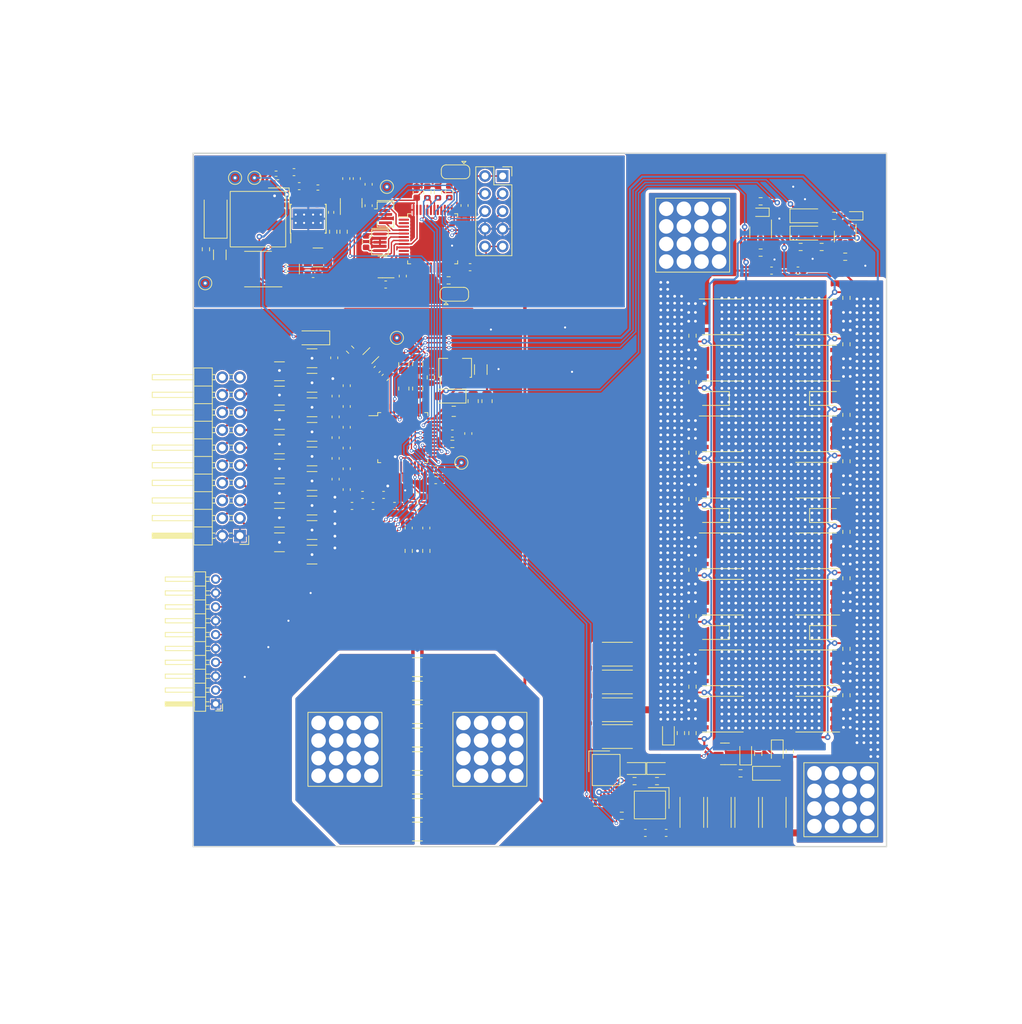
<source format=kicad_pcb>
(kicad_pcb (version 20221018) (generator pcbnew)

  (general
    (thickness 1.6)
  )

  (paper "A4")
  (layers
    (0 "F.Cu" signal)
    (31 "B.Cu" signal)
    (32 "B.Adhes" user "B.Adhesive")
    (33 "F.Adhes" user "F.Adhesive")
    (34 "B.Paste" user)
    (35 "F.Paste" user)
    (36 "B.SilkS" user "B.Silkscreen")
    (37 "F.SilkS" user "F.Silkscreen")
    (38 "B.Mask" user)
    (39 "F.Mask" user)
    (40 "Dwgs.User" user "User.Drawings")
    (41 "Cmts.User" user "User.Comments")
    (42 "Eco1.User" user "User.Eco1")
    (43 "Eco2.User" user "User.Eco2")
    (44 "Edge.Cuts" user)
    (45 "Margin" user)
    (46 "B.CrtYd" user "B.Courtyard")
    (47 "F.CrtYd" user "F.Courtyard")
    (48 "B.Fab" user)
    (49 "F.Fab" user)
    (50 "User.1" user)
    (51 "User.2" user)
    (52 "User.3" user)
    (53 "User.4" user)
    (54 "User.5" user)
    (55 "User.6" user)
    (56 "User.7" user)
    (57 "User.8" user)
    (58 "User.9" user)
  )

  (setup
    (stackup
      (layer "F.SilkS" (type "Top Silk Screen") (color "White"))
      (layer "F.Paste" (type "Top Solder Paste"))
      (layer "F.Mask" (type "Top Solder Mask") (color "Purple") (thickness 0.01))
      (layer "F.Cu" (type "copper") (thickness 0.035))
      (layer "dielectric 1" (type "core") (thickness 1.51) (material "FR4") (epsilon_r 4.5) (loss_tangent 0.02))
      (layer "B.Cu" (type "copper") (thickness 0.035))
      (layer "B.Mask" (type "Bottom Solder Mask") (color "Purple") (thickness 0.01))
      (layer "B.Paste" (type "Bottom Solder Paste"))
      (layer "B.SilkS" (type "Bottom Silk Screen") (color "White"))
      (copper_finish "None")
      (dielectric_constraints no)
    )
    (pad_to_mask_clearance 0)
    (grid_origin 82.365773 0)
    (pcbplotparams
      (layerselection 0x00010fc_ffffffff)
      (plot_on_all_layers_selection 0x0000000_00000000)
      (disableapertmacros false)
      (usegerberextensions false)
      (usegerberattributes true)
      (usegerberadvancedattributes true)
      (creategerberjobfile true)
      (dashed_line_dash_ratio 12.000000)
      (dashed_line_gap_ratio 3.000000)
      (svgprecision 6)
      (plotframeref false)
      (viasonmask false)
      (mode 1)
      (useauxorigin false)
      (hpglpennumber 1)
      (hpglpenspeed 20)
      (hpglpendiameter 15.000000)
      (dxfpolygonmode true)
      (dxfimperialunits true)
      (dxfusepcbnewfont true)
      (psnegative false)
      (psa4output false)
      (plotreference true)
      (plotvalue true)
      (plotinvisibletext false)
      (sketchpadsonfab false)
      (subtractmaskfromsilk false)
      (outputformat 1)
      (mirror false)
      (drillshape 1)
      (scaleselection 1)
      (outputdirectory "")
    )
  )

  (net 0 "")
  (net 1 "/Protector/BAT")
  (net 2 "/Protector/CP1")
  (net 3 "/Protector/VC0")
  (net 4 "/Protector/VC15")
  (net 5 "/Protector/VC14")
  (net 6 "/Protector/VC13")
  (net 7 "/Protector/VC12")
  (net 8 "/Protector/VC11")
  (net 9 "/Protector/VC10")
  (net 10 "/Protector/VC9")
  (net 11 "/Protector/VC8")
  (net 12 "/Protector/VC7")
  (net 13 "/Protector/VC6")
  (net 14 "/Protector/VC5")
  (net 15 "/Protector/VC4")
  (net 16 "/Protector/VC3")
  (net 17 "Net-(C31-Pad2)")
  (net 18 "/Protector/VC2")
  (net 19 "/Protector/VC1")
  (net 20 "/Protector/REGIN")
  (net 21 "/5VReg_EN")
  (net 22 "/Protector/SRP")
  (net 23 "/Protector/SRN")
  (net 24 "+BATT")
  (net 25 "Net-(U1-REG18)")
  (net 26 "Net-(D1-K)")
  (net 27 "Net-(D2-K)")
  (net 28 "/Protector/VC16")
  (net 29 "/High Side Fets/PACK+")
  (net 30 "/Protector/REG2")
  (net 31 "/High Side Fets/CD")
  (net 32 "/VC15")
  (net 33 "/High Side Fets/Cgate")
  (net 34 "Net-(Q8-G)")
  (net 35 "Net-(Q9-G)")
  (net 36 "Net-(Q10-G)")
  (net 37 "Net-(Q11-G)")
  (net 38 "Net-(Q12-G)")
  (net 39 "Net-(Q13-G)")
  (net 40 "Net-(Q14-G)")
  (net 41 "Net-(D3-A)")
  (net 42 "/High Side Fets/Dgate")
  (net 43 "Net-(C36-Pad2)")
  (net 44 "/SDA")
  (net 45 "/SCL")
  (net 46 "Net-(Q16-G)")
  (net 47 "Net-(Q17-G)")
  (net 48 "Net-(Q18-G)")
  (net 49 "Net-(D5-A)")
  (net 50 "Net-(Q19-G)")
  (net 51 "Net-(Q20-G)")
  (net 52 "Net-(Q21-G)")
  (net 53 "Net-(Q22-G)")
  (net 54 "Net-(Q23-G)")
  (net 55 "/High Side Fets/DSG")
  (net 56 "/High Side Fets/CHG")
  (net 57 "Net-(R5-Pad1)")
  (net 58 "Net-(U1-RST_SHUT)")
  (net 59 "/MCU/OSC32_IN")
  (net 60 "/MCU/OSC32_OUT")
  (net 61 "unconnected-(U1-NC-Pad19)")
  (net 62 "Net-(D7-K)")
  (net 63 "/Protector/BREG")
  (net 64 "Net-(Q2-C)")
  (net 65 "Net-(Q3-C)")
  (net 66 "Net-(Q4-G)")
  (net 67 "GND1")
  (net 68 "Net-(R62-Pad1)")
  (net 69 "Net-(R65-Pad1)")
  (net 70 "/Protector/LD")
  (net 71 "unconnected-(U1-NC-Pad44)")
  (net 72 "Net-(R67-Pad1)")
  (net 73 "/VC10")
  (net 74 "/VC5")
  (net 75 "GND")
  (net 76 "/VC14")
  (net 77 "/VC13")
  (net 78 "/VC12")
  (net 79 "/VC11")
  (net 80 "/VC9")
  (net 81 "/VC8")
  (net 82 "/VC7")
  (net 83 "/VC6")
  (net 84 "/VC1")
  (net 85 "/VC2")
  (net 86 "/VC3")
  (net 87 "/VC4")
  (net 88 "/MCU/OSC_IN")
  (net 89 "/MCU/OSC_OUT")
  (net 90 "/MCU/~{RST}")
  (net 91 "/MCU/BOOT1")
  (net 92 "/MCU/SWDIO")
  (net 93 "+3.3V")
  (net 94 "/MCU/SWCLK")
  (net 95 "/Protector/PACK")
  (net 96 "/MCU/BOOT0")
  (net 97 "unconnected-(U3E-V_{BAT}-Pad1)")
  (net 98 "unconnected-(U3C-PC13-Pad2)")
  (net 99 "Net-(U8-EN{slash}UVLO)")
  (net 100 "+5V")
  (net 101 "Net-(U8-RT)")
  (net 102 "Net-(U8-FB)")
  (net 103 "unconnected-(U8-PGOOD-Pad6)")
  (net 104 "unconnected-(U3A-PA0-Pad10)")
  (net 105 "unconnected-(U3A-PA1-Pad11)")
  (net 106 "unconnected-(U3A-PA2-Pad12)")
  (net 107 "unconnected-(U3A-PA3-Pad13)")
  (net 108 "unconnected-(U3A-PA4-Pad14)")
  (net 109 "unconnected-(U3A-PA5-Pad15)")
  (net 110 "unconnected-(U3A-PA6-Pad16)")
  (net 111 "unconnected-(U3A-PA7-Pad17)")
  (net 112 "unconnected-(U3B-PB0-Pad18)")
  (net 113 "unconnected-(U3B-PB1-Pad19)")
  (net 114 "unconnected-(U3B-PB10-Pad21)")
  (net 115 "unconnected-(U3B-PB11-Pad22)")
  (net 116 "unconnected-(U3B-PB12-Pad25)")
  (net 117 "unconnected-(U3B-PB13-Pad26)")
  (net 118 "unconnected-(U3B-PB14-Pad27)")
  (net 119 "unconnected-(U3B-PB15-Pad28)")
  (net 120 "unconnected-(U3A-PA8-Pad29)")
  (net 121 "unconnected-(U3A-PA15-Pad38)")
  (net 122 "unconnected-(U3B-PB3-Pad39)")
  (net 123 "unconnected-(U3B-PB4-Pad40)")
  (net 124 "unconnected-(U3B-PB5-Pad41)")
  (net 125 "unconnected-(U3B-PB9-Pad46)")
  (net 126 "/ALERT")
  (net 127 "/Protector/HDQ")
  (net 128 "/MCU/CAN_RX")
  (net 129 "/MCU/CAN_TX")
  (net 130 "-5V_{CAN}")
  (net 131 "/MCU/CAN_L")
  (net 132 "/MCU/CAN_H")
  (net 133 "+5V_{CAN}")
  (net 134 "Net-(J2-C)")
  (net 135 "/High Side Fets/PDSG")
  (net 136 "Net-(Q1-G)")
  (net 137 "Net-(Q1-D)")
  (net 138 "/High Side Fets/PCHG")
  (net 139 "Net-(Q7-G)")
  (net 140 "Net-(Q7-D)")
  (net 141 "Net-(U8-BST)")
  (net 142 "Net-(U8-SW)")
  (net 143 "Net-(D8-A)")
  (net 144 "Net-(Q5-C)")
  (net 145 "Net-(C55-Pad2)")
  (net 146 "Net-(D9-A)")
  (net 147 "Net-(Q24-G)")
  (net 148 "/High Side Fets/BATT+")
  (net 149 "/Sense Resistor/BATT-")
  (net 150 "/Sense Resistor/PACK-")
  (net 151 "Net-(J7-C)")
  (net 152 "Net-(U1-FUSE)")
  (net 153 "Net-(J8-Pin_1)")
  (net 154 "/MCU/UART_RX")
  (net 155 "/MCU/UART_TX")
  (net 156 "Net-(J8-Pin_10)")
  (net 157 "/Sense Resistor/SRRP")
  (net 158 "/Sense Resistor/SRRN")
  (net 159 "/TS1")
  (net 160 "/TS2")
  (net 161 "/TS3")
  (net 162 "/TS5")
  (net 163 "/TS4")
  (net 164 "unconnected-(J10-Pin_19-Pad19)")
  (net 165 "unconnected-(J10-Pin_20-Pad20)")

  (footprint "qtech:MLPAK33" (layer "F.Cu") (at 80.003273 167.765 -90))

  (footprint "Resistor_SMD:R_2512_6332Metric" (layer "F.Cu") (at 90.005863 168.8375 90))

  (footprint "Capacitor_SMD:C_0603_1608Metric" (layer "F.Cu") (at 34.468273 103.28 -90))

  (footprint "Resistor_SMD:R_0603_1608Metric" (layer "F.Cu") (at 93.065773 163.2))

  (footprint "Capacitor_SMD:C_0603_1608Metric" (layer "F.Cu") (at 43.168273 124.64))

  (footprint "Resistor_SMD:R_1210_3225Metric" (layer "F.Cu") (at 31.268273 106.88 180))

  (footprint "Resistor_SMD:R_0805_2012Metric" (layer "F.Cu") (at 56.505773 109.525 -90))

  (footprint "Resistor_SMD:R_0603_1608Metric" (layer "F.Cu") (at 50.965773 92.11))

  (footprint "Resistor_SMD:R_2512_6332Metric" (layer "F.Cu") (at 97.925685 168.8375 90))

  (footprint "Resistor_SMD:R_0603_1608Metric" (layer "F.Cu") (at 108.342526 94.634331 90))

  (footprint "Resistor_SMD:R_0603_1608Metric" (layer "F.Cu") (at 86.13902 133.840043 90))

  (footprint "Resistor_SMD:R_0603_1608Metric" (layer "F.Cu") (at 108.342526 111.507187 90))

  (footprint "Diode_SMD:D_SOD-323F" (layer "F.Cu") (at 77.764505 162.510976 180))

  (footprint "Resistor_SMD:R_0805_2012Metric" (layer "F.Cu") (at 46.505773 107.7125 90))

  (footprint "Capacitor_SMD:C_1206_3216Metric" (layer "F.Cu") (at 28.531773 90.4798 90))

  (footprint "Diode_SMD:D_SOD-123F" (layer "F.Cu") (at 89.240773 142.891947 180))

  (footprint "NetTie:NetTie-2_SMD_Pad0.5mm" (layer "F.Cu") (at 45.81649 145.823109 -90))

  (footprint "Resistor_SMD:R_0603_1608Metric" (layer "F.Cu") (at 86.13902 106.785283 90))

  (footprint "Capacitor_SMD:C_0603_1608Metric" (layer "F.Cu") (at 49.105773 120.924 180))

  (footprint "Capacitor_SMD:C_0603_1608Metric" (layer "F.Cu") (at 53.260773 81.312739 90))

  (footprint "Resistor_SMD:R_0603_1608Metric" (layer "F.Cu") (at 51.065773 79.335 90))

  (footprint "NetTie:NetTie-2_SMD_Pad0.5mm" (layer "F.Cu") (at 47.116491 145.794543 -90))

  (footprint "Package_TO_SOT_SMD:SOT-23-3" (layer "F.Cu") (at 95.965773 85.183332 -90))

  (footprint "TestPoint:TestPoint_Pad_D1.5mm" (layer "F.Cu") (at 20.165773 77.318))

  (footprint "Package_SO:TI_SO-PowerPAD-8_ThermalVias" (layer "F.Cu") (at 30.720773 83.223 90))

  (footprint "Resistor_SMD:R_1210_3225Metric" (layer "F.Cu") (at 31.268273 128.12 180))

  (footprint "Capacitor_SMD:C_0603_1608Metric" (layer "F.Cu") (at 34.668273 120.77826 -90))

  (footprint "qtech:WP-BUFU" (layer "F.Cu") (at 107.535773 167.01))

  (footprint "Capacitor_SMD:C_1206_3216Metric" (layer "F.Cu") (at 55.605773 104.975 -90))

  (footprint "Resistor_SMD:R_2512_6332Metric" (layer "F.Cu") (at 75.303273 150.029734))

  (footprint "Capacitor_SMD:C_0603_1608Metric" (layer "F.Cu") (at 49.105773 119.4 180))

  (footprint "Capacitor_SMD:C_0603_1608Metric" (layer "F.Cu") (at 51.505773 114.2 180))

  (footprint "Resistor_SMD:R_1210_3225Metric" (layer "F.Cu") (at 46.466491 158.050914 180))

  (footprint "Resistor_SMD:R_0603_1608Metric" (layer "F.Cu") (at 95.615773 160.4 90))

  (footprint "Crystal:Resonator_SMD_Murata_CSTxExxV-3Pin_3.0x1.1mm" (layer "F.Cu") (at 41.865773 82.6 -90))

  (footprint "Resistor_SMD:R_0603_1608Metric" (layer "F.Cu") (at 45.210773 131.125 -90))

  (footprint "Capacitor_SMD:C_1210_3225Metric" (layer "F.Cu") (at 32.120773 88.8))

  (footprint "Resistor_SMD:R_2512_6332Metric" (layer "F.Cu") (at 93.965773 168.8375 90))

  (footprint "Capacitor_SMD:C_0603_1608Metric" (layer "F.Cu") (at 28.665773 76.5))

  (footprint "Resistor_SMD:R_0402_1005Metric" (layer "F.Cu") (at 32.115773 78.723))

  (footprint "Diode_SMD:D_SOD-123F" (layer "F.Cu") (at 105.240773 142.891947))

  (footprint "Capacitor_SMD:C_0603_1608Metric" (layer "F.Cu") (at 38.549523 123.05076))

  (footprint "Capacitor_SMD:C_0603_1608Metric" (layer "F.Cu") (at 26.345773 78.1))

  (footprint "Resistor_SMD:R_0603_1608Metric" (layer "F.Cu") (at 100.165773 160 -90))

  (footprint "Diode_SMD:D_SOD-123F" (layer "F.Cu") (at 89.240773 126.019091 180))

  (footprint "Resistor_SMD:R_1210_3225Metric" (layer "F.Cu") (at 26.568273 119.268 180))

  (footprint "qtech:PowerPAK_SO-8_Single" (layer "F.Cu") (at 90.510773 104.055283))

  (footprint "Resistor_SMD:R_0805_2012Metric" (layer "F.Cu") (at 44.505773 107.7125 90))

  (footprint "Resistor_SMD:R_1210_3225Metric" (layer "F.Cu") (at 46.466491 168.214543 180))

  (footprint "Capacitor_SMD:C_0603_1608Metric" (layer "F.Cu") (at 39.428273 81.3305 -90))

  (footprint "Resistor_SMD:R_0603_1608Metric" (layer "F.Cu")
    (tstamp 3a600553-b2a9-4f57-8111-f24fcbf7350b)
    (at 95.965773 80.71 180)
    (descr "Resistor SMD 0603 (1608 Metric), square (rectangular) end terminal, IPC_7351 nominal, (Body size source: IPC-SM-782 page 72, https://www.pcb-3d.com/wordpress/wp-content/uploads/ipc-sm-782a_amendment_1_and_2.pdf), generated with kicad-footprint-generator")
    (tags "resistor")
    (property "Mouser" "https://www.mouser.com/ProductDetail/Vishay-Dale/CRCW06031K00FKEC?qs=sGAEpiMZZMtlubZbdhIBIO43cdRDMqnZdC%2FvLADwXWY%3D")
    (property "Part Number" "CRCW06031K00FKEC")
    (property "Rating" "100mW")
    (property "Sheetfile" "high_side.kicad_sch")
    (property "Sheetname" "High Side Fets")
    (property "ki_description" "Resistor")
    (property "ki_keywords" "R res resistor")
    (path "/8969b66e-8e86-47b7-b7d0-31d594820f7e/993702d0-58ce-4ca3-adec-1e92c7f7bb9a")
    (attr smd)
    (fp_text reference "R40" (at 0 -1.43) (layer "F.SilkS") hide
        (effects (font (size 1 1) (thickness 0.15)))
      (tstamp c6238ceb-b0ad-42c5-8bed-ec640bf56f00)
    )
    (fp_text value "1k" (at 0 1.43) (layer "F.Fab")
        (effects (font (size 1 1) (thickness 0.15)))
      (tstamp 213d19aa-232d-4ade-8005-dd4a287af09b)
    )
    (fp_text user "${REFERENCE}" (at 0 0) (layer "F.Fab")
        (effects (font (size 0.4 0.4) (thickness 0.06)))
      (tstamp 1604f1cd-4615-48b3-a323-15d8093a4b9c)
    )
    (fp_line (start -0.237258 -0.5225) (end 0.237258 -0.5225)
      (stroke (width 0.12) (type solid)) (layer "F.SilkS") (tstamp 5acb1e13-1bf8-4955-9f43-5b7e8b13fa3f))
    (fp_line (start -0.237258 0.5225) (end 0.237258 0.5225)
      (stroke (width 0.12) (type solid)) (layer "F.SilkS") (tstamp d83d5f77-b539-456c-9436-99b7c4fa61dc))
    (fp_line (start -1.48 -0.73) (end 1.48 -0.73)
      (stroke (width 0.05) (type solid)) (layer "F.CrtYd") (tstamp 6da72f3f-bfdb-4c5b-bec3-b24f21366ab2))
    (fp_line (start -1.48 0.73) (end -1.48 -0.73)
      (stroke (width 0.05) (type solid)) (layer "F.CrtYd") (tstamp 72645725-debc-4f15-a36e-0a66c36db753))
    (fp_line (start 1.48 -0.73) (end 1.48 0.73)
      (stroke (width 0.05) (type solid)) (layer "F.CrtYd") (tstamp 13f36869-b264-434a-85f8-5408e377d3fd))
    (fp_line (start 1.48 0.73) (end -1.48 0.73)
      (stroke (width 0.05) (type solid)) (layer "F.CrtYd") (tstamp 4cf4e4f6-de08-4d93-9664-a97dfaab19a7))
    (fp_line (start -0.8 -0.4125) (end 0.8 -0.4125)
      (stroke (width 0.1) (type solid)) (layer "F.Fab") 
... [1813332 chars truncated]
</source>
